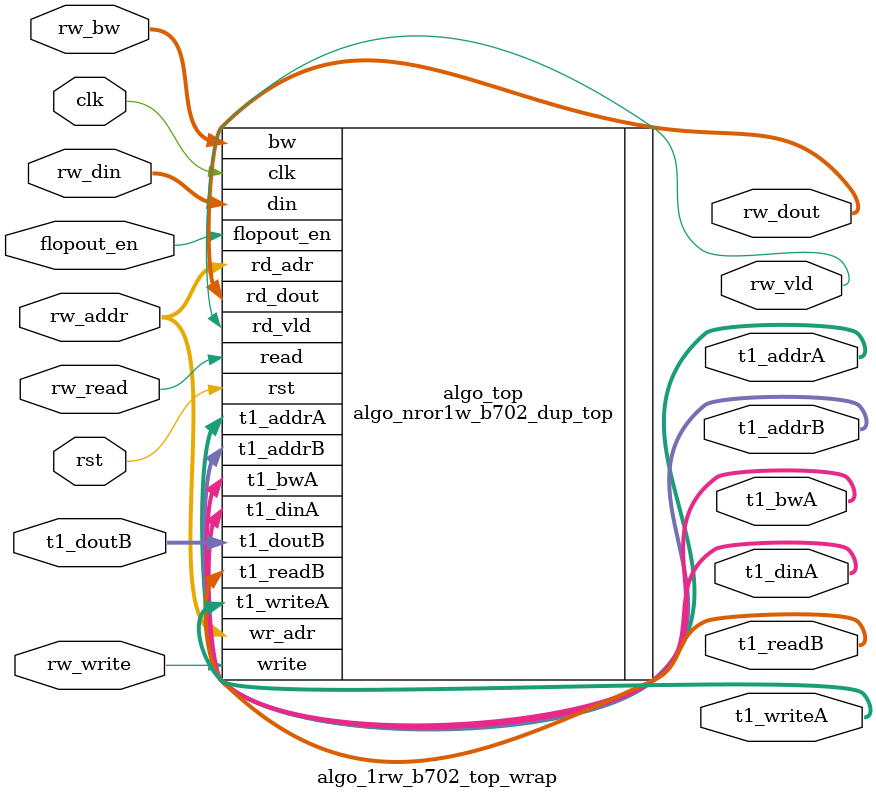
<source format=v>
module algo_1rw_b702_top_wrap
#(parameter IP_WIDTH = 4, parameter IP_BITWIDTH = 2, parameter IP_DECCBITS = 7, parameter IP_NUMADDR = 32, parameter IP_BITADDR = 5, 
parameter IP_NUMVBNK = 4,	parameter IP_BITVBNK = 2, parameter IP_BITPBNK = 4,
parameter IP_ENAECC = 0, parameter IP_ENAPAR = 0, parameter IP_SECCBITS = 4, parameter IP_SECCDWIDTH = 3, 
parameter FLOPECC = 0, parameter FLOPIN = 0, parameter FLOPOUT = 0, parameter FLOPCMD = 0, parameter FLOPMEM = 0,

parameter T1_WIDTH = 4, parameter T1_NUMVBNK = 4, parameter T1_BITVBNK = 2, parameter T1_DELAY = 1,
parameter T1_BITWSPF = 0, parameter T1_NUMWRDS = 1, parameter T1_BITWRDS = 1,  parameter T1_NUMSROW = 8, parameter T1_BITSROW = 3, parameter T1_PHYWDTH = 4,
parameter T1_NUMVROW = 8, parameter T1_BITVROW = 3
)

(clk, rst, rw_read, rw_write, rw_addr, rw_bw, rw_din, rw_dout, rw_vld, 
 t1_writeA, t1_addrA, t1_dinA, t1_bwA, t1_readB, t1_addrB, t1_doutB, flopout_en);

  parameter WIDTH = IP_WIDTH;
  parameter BITWDTH = IP_BITWIDTH;
  parameter ENAPAR = IP_ENAPAR;
  parameter ENAECC = IP_ENAECC;
  parameter ECCWDTH = IP_DECCBITS;
  parameter NUMRDPT = 1;
  parameter NUMADDR = IP_NUMADDR;
  parameter BITADDR = IP_BITADDR;
  parameter NUMVROW = T1_NUMVROW;
  parameter BITVROW = T1_BITVROW;
  parameter NUMVBNK = IP_NUMVBNK;
  parameter BITVBNK = IP_BITVBNK;
  parameter SRAM_DELAY = T1_DELAY;
  parameter NUMWRDS = T1_NUMWRDS;      // ALIGN Parameters
  parameter BITWRDS = T1_BITWRDS;
  parameter NUMSROW = T1_NUMSROW;
  parameter BITSROW = T1_BITSROW;      
  parameter PHYWDTH = T1_PHYWDTH;
  parameter BITPADR = BITVBNK+BITSROW+BITWRDS+1;
  parameter FLOPWTH = FLOPOUT >0?FLOPOUT:1;

  input                                            rw_write;
  input                                            rw_read;
  input [BITADDR-1:0]                              rw_addr;
  input [WIDTH-1:0]                                rw_bw;
  input [WIDTH-1:0]                                rw_din;

  output                                           rw_vld;
  output [WIDTH-1:0]                               rw_dout;

  input                                            clk, rst;

  input [FLOPWTH-1:0]                              flopout_en;

  output [NUMRDPT*NUMVBNK-1:0]                     t1_writeA;
  output [NUMRDPT*NUMVBNK*BITSROW-1:0]   		   t1_addrA;
  output [NUMRDPT*NUMVBNK*PHYWDTH-1:0]             t1_dinA;
  output [NUMRDPT*NUMVBNK*PHYWDTH-1:0]             t1_bwA;

  output [NUMRDPT*NUMVBNK-1:0]                     t1_readB;
  output [NUMRDPT*NUMVBNK*BITSROW-1:0]   		   t1_addrB;
  input  [NUMRDPT*NUMVBNK*PHYWDTH-1:0]             t1_doutB;

  algo_nror1w_b702_dup_top #(.WIDTH(WIDTH), .BITWDTH(BITWDTH), .NUMRDPT(NUMRDPT), .ENAPAR(ENAPAR), .ENAECC(ENAECC), .ECCWDTH(ECCWDTH),
					  .NUMADDR(NUMADDR), .BITADDR(BITADDR), .NUMVROW(NUMVROW), .BITVROW(BITVROW), .NUMVBNK(NUMVBNK), .BITVBNK(BITVBNK),
					  .NUMWRDS(NUMWRDS),   .BITWRDS(BITWRDS),   .NUMSROW(NUMSROW),   .BITSROW(BITSROW), .PHYWDTH(PHYWDTH), 
					  .SRAM_DELAY(SRAM_DELAY), .FLOPIN(FLOPIN),   .FLOPCMD(FLOPCMD),   .FLOPMEM(FLOPMEM),   .FLOPOUT(FLOPOUT), .FLOPWTH(FLOPWTH))
				algo_top
					(.clk(clk), .rst(rst), 
					 .write(rw_write), .wr_adr(rw_addr), .bw(rw_bw), .din(rw_din),
                     .flopout_en(flopout_en),
					 .read(rw_read), .rd_adr(rw_addr), .rd_vld(rw_vld), .rd_dout(rw_dout), 
                     .t1_writeA(t1_writeA), .t1_addrA(t1_addrA), .t1_dinA(t1_dinA), .t1_bwA(t1_bwA), .t1_readB(t1_readB), .t1_addrB(t1_addrB), .t1_doutB(t1_doutB));


`ifdef FORMAL2
//synopsys translate_off

wire [BITADDR-1:0] select_addr;
wire [BITWDTH-1:0] select_bit;
assume_select_addr_range: assume property (@(posedge clk) disable iff (rst) (select_addr < NUMADDR));
assume_select_bit_range: assume property (@(posedge clk) disable iff (rst) (select_bit < WIDTH));
assume_select_addr_stable: assume property (@(posedge clk) disable iff (rst) $stable(select_addr));
assume_select_bit_stable: assume property (@(posedge clk) disable iff (rst) $stable(select_bit));
assume_select_rw_one: assume property (@(posedge clk) disable iff (rst) !(rw_read && rw_write));

wire [BITVROW-1:0] select_vrow;
wire [BITVBNK-1:0] select_vbnk;
np2_addr_ramwrap #(
  .NUMADDR (NUMADDR), .BITADDR (BITADDR),
  .NUMVBNK (NUMVBNK), .BITVBNK (BITVBNK),
  .NUMVROW (NUMVROW), .BITVROW (BITVROW))
  row_adr (.vbadr(select_vbnk), .vradr(select_vrow), .vaddr(select_addr));

wire [BITSROW-1:0] select_srow;
np2_addr_ramwrap #(
  .NUMADDR (NUMVROW), .BITADDR (BITVROW),
  .NUMVBNK (NUMWRDS), .BITVBNK (BITWRDS),
  .NUMVROW (NUMSROW), .BITVROW (BITSROW))
  vrow_inst (.vbadr(), .vradr(select_srow), .vaddr(select_vrow));

reg fakememinv;
reg fakemem;
always @(posedge clk)
  if (rst) 
    fakememinv <= 1'b1;
  else if (rw_write && (rw_addr == select_addr) && rw_bw[select_bit]) begin
    fakememinv <= 1'b0;
    fakemem <= rw_din[select_bit];
  end

  wire                t1_readA_w [0:NUMRDPT-1][0:NUMVBNK-1];
  wire                t1_writeA_w [0:NUMRDPT-1][0:NUMVBNK-1];
  wire [BITSROW-1:0]  t1_addrA_w  [0:NUMRDPT-1][0:NUMVBNK-1];
  wire [WIDTH-1:0]    t1_dinA_w [0:NUMRDPT-1][0:NUMVBNK-1];
  wire [WIDTH-1:0]    t1_bwA_w [0:NUMRDPT-1][0:NUMVBNK-1];
  wire [WIDTH-1:0]    t1_doutA_w [0:NUMRDPT-1][0:NUMVBNK-1];

  generate for (genvar p=0; p<NUMRDPT; p++) begin
    for (genvar b=0; b<NUMVBNK; b++) begin
      assign t1_readA_w[p][b]    = t1_readA[(p*NUMVBNK+b)];
      assign t1_writeA_w[p][b]   = t1_writeA[(p*NUMVBNK+b)];
      assign t1_dinA_w[p][b]  = t1_dinA[((p*NUMVBNK+b)*WIDTH)+:WIDTH];
      assign t1_bwA_w[p][b]   = t1_bwA[((p*NUMVBNK+b)*WIDTH)+:WIDTH];
      assign t1_doutA_w[p][b] = t1_doutA[((p*NUMVBNK+b)*WIDTH)+:WIDTH];
      assign t1_addrA_w[p][b] = t1_addrA[((p*NUMVBNK+b)*BITSROW)+:BITSROW];
    end
  end
  endgenerate


reg mem;
always @(posedge clk)
  if (t1_writeA_w[0][select_vbnk] && (t1_addrA_w[0][select_vbnk] == select_vrow) && t1_bwA_w[0][select_vbnk][select_bit]) begin
    mem <= t1_dinA_w[0][select_vbnk][select_bit];
  end

  assume_mem_check: assert property (@(posedge clk) disable iff (rst) (t1_readA_w[0][select_vbnk] && (t1_addrA_w[0][select_vbnk] == select_vrow)) |-> ##1
                                                                      (t1_doutA_w[0][select_vbnk][select_bit] == $past(mem,1)));
 

  assert_dout_check_0: assert property (@(posedge clk) disable iff(rst) (rw_read && rw_addr == select_addr) |-> ##1 (fakememinv || ((rw_vld == 1'b1) && (rw_dout[select_bit] == fakemem))));
//synopsys translate_on

`endif

endmodule    //algo_1r1w_b10_top_wrap


</source>
